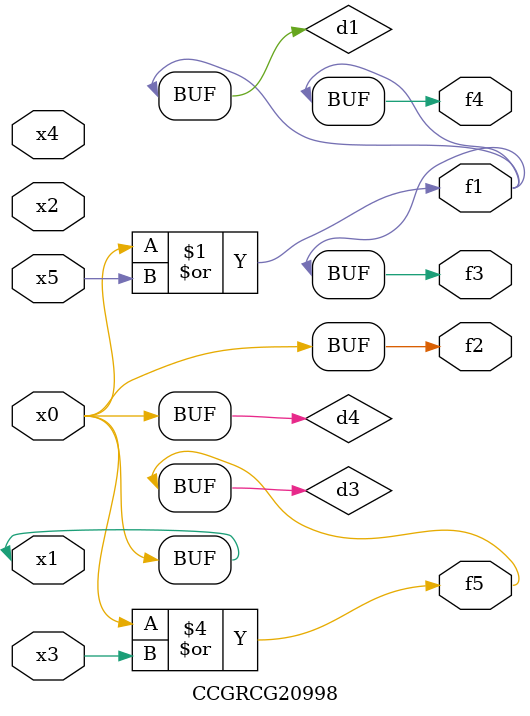
<source format=v>
module CCGRCG20998(
	input x0, x1, x2, x3, x4, x5,
	output f1, f2, f3, f4, f5
);

	wire d1, d2, d3, d4;

	or (d1, x0, x5);
	xnor (d2, x1, x4);
	or (d3, x0, x3);
	buf (d4, x0, x1);
	assign f1 = d1;
	assign f2 = d4;
	assign f3 = d1;
	assign f4 = d1;
	assign f5 = d3;
endmodule

</source>
